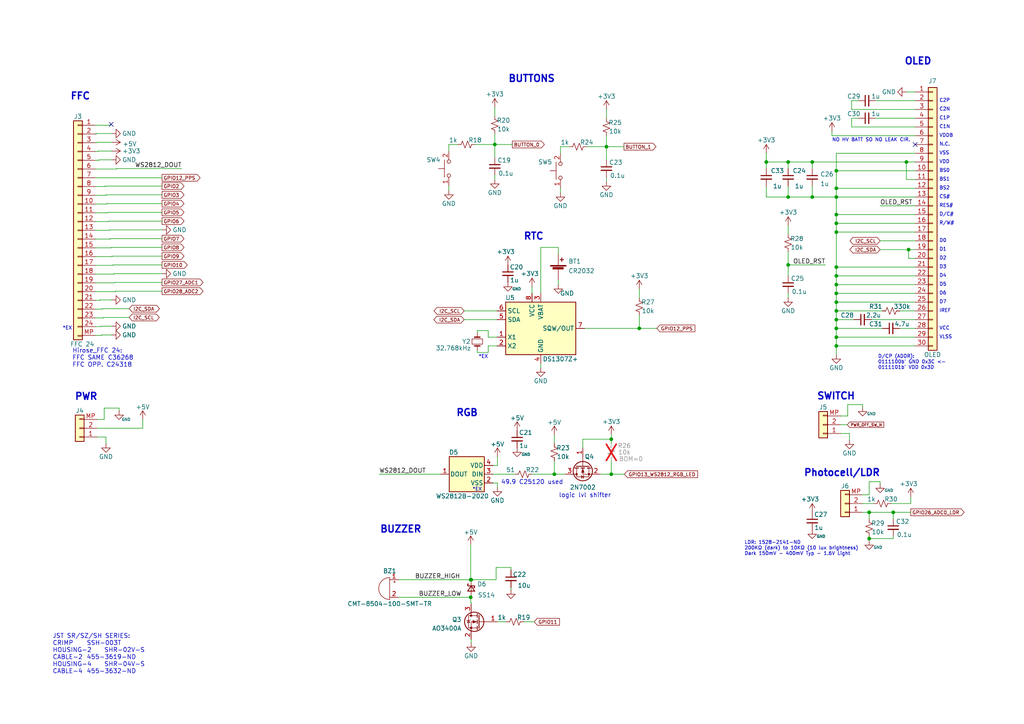
<source format=kicad_sch>
(kicad_sch (version 20230121) (generator eeschema)
  (paper "A4")
  (title_block (title "CONNS & PERIPHERALS"))
  (junction (at 185.42 95.25))
  (junction (at 242.57 97.79))
  (junction (at 136.525 168.148))
  (junction (at 242.57 92.71))
  (junction (at 242.57 85.09))
  (junction (at 228.6 57.15))
  (junction (at 259.08 148.59))
  (junction (at 177.292 127.381))
  (junction (at 242.57 90.17))
  (junction (at 242.57 67.31))
  (junction (at 228.6 46.99))
  (junction (at 136.652 168.148))
  (junction (at 262.89 46.99))
  (junction (at 160.782 137.541))
  (junction (at 242.57 57.15))
  (junction (at 235.585 46.99))
  (junction (at 242.57 95.25))
  (junction (at 242.57 87.63))
  (junction (at 242.57 54.61))
  (junction (at 242.57 77.47))
  (junction (at 222.25 46.99))
  (junction (at 252.095 148.59))
  (junction (at 242.57 82.55))
  (junction (at 242.57 49.53))
  (junction (at 242.57 62.23))
  (junction (at 242.57 80.01))
  (junction (at 263.525 72.39))
  (junction (at 242.57 100.33))
  (junction (at 252.095 156.21))
  (junction (at 228.6 76.835))
  (junction (at 242.57 64.77))
  (junction (at 136.525 173.228))
  (junction (at 143.51 41.91))
  (junction (at 175.895 42.545))
  (junction (at 177.292 137.541))
  (junction (at 235.585 57.15))
  (no_connect (at 32.258 36.068))
  (no_connect (at 265.43 41.91))
  (wire (pts (xy 228.6 57.15) (xy 235.585 57.15)))
  (wire (pts (xy 136.525 168.148) (xy 115.57 168.148)))
  (wire (pts (xy 222.25 46.99) (xy 228.6 46.99)))
  (wire (pts (xy 127.762 137.541) (xy 109.982 137.541)))
  (wire (pts (xy 262.89 26.67) (xy 265.43 26.67)))
  (wire (pts (xy 242.57 64.77) (xy 265.43 64.77)))
  (wire (pts (xy 27.686 76.962) (xy 32.766 76.962)))
  (wire (pts (xy 137.795 41.91) (xy 143.51 41.91)))
  (wire (pts (xy 27.686 79.502) (xy 33.02 79.502)))
  (wire (pts (xy 242.57 100.33) (xy 265.43 100.33)))
  (wire (pts (xy 27.686 84.582) (xy 33.528 84.582)))
  (wire (pts (xy 160.782 133.731) (xy 160.782 137.541)))
  (wire (pts (xy 175.895 39.37) (xy 175.895 42.545)))
  (wire (pts (xy 255.27 69.85) (xy 265.43 69.85)))
  (wire (pts (xy 242.57 87.63) (xy 265.43 87.63)))
  (wire (pts (xy 156.845 85.09) (xy 156.845 71.755)))
  (wire (pts (xy 136.652 168.148) (xy 136.525 168.148)))
  (wire (pts (xy 32.004 69.215) (xy 46.99 69.215)))
  (wire (pts (xy 242.57 54.61) (xy 242.57 57.15)))
  (wire (pts (xy 228.6 46.99) (xy 228.6 48.895)))
  (wire (pts (xy 252.73 92.71) (xy 265.43 92.71)))
  (wire (pts (xy 136.652 185.42) (xy 136.652 186.436)))
  (wire (pts (xy 222.25 53.975) (xy 222.25 57.15)))
  (wire (pts (xy 162.56 44.45) (xy 162.56 42.545)))
  (wire (pts (xy 27.686 56.642) (xy 30.734 56.642)))
  (wire (pts (xy 262.89 46.99) (xy 265.43 46.99)))
  (wire (pts (xy 28.194 41.402) (xy 28.194 41.275)))
  (wire (pts (xy 28.448 43.815) (xy 32.385 43.815)))
  (wire (pts (xy 29.718 89.662) (xy 27.686 89.662)))
  (wire (pts (xy 242.57 85.09) (xy 265.43 85.09)))
  (wire (pts (xy 28.956 87.122) (xy 27.686 87.122)))
  (wire (pts (xy 242.57 100.33) (xy 242.57 102.87)))
  (wire (pts (xy 27.686 51.562) (xy 46.99 51.562)))
  (wire (pts (xy 245.872 117.348) (xy 250.19 117.348)))
  (wire (pts (xy 27.94 38.735) (xy 32.385 38.735)))
  (wire (pts (xy 250.19 117.348) (xy 250.19 118.11)))
  (wire (pts (xy 32.766 76.835) (xy 46.99 76.835)))
  (wire (pts (xy 30.734 126.746) (xy 30.734 128.651)))
  (wire (pts (xy 265.43 52.07) (xy 262.89 52.07)))
  (wire (pts (xy 31.242 61.595) (xy 46.99 61.595)))
  (wire (pts (xy 235.585 46.99) (xy 235.585 48.895)))
  (wire (pts (xy 242.57 49.53) (xy 242.57 54.61)))
  (wire (pts (xy 28.194 124.206) (xy 41.402 124.206)))
  (wire (pts (xy 33.782 48.895) (xy 52.705 48.895)))
  (wire (pts (xy 31.75 66.675) (xy 46.99 66.675)))
  (wire (pts (xy 29.464 97.155) (xy 32.385 97.155)))
  (wire (pts (xy 136.652 174.752) (xy 136.525 174.752)))
  (wire (pts (xy 143.002 137.541) (xy 149.352 137.541)))
  (wire (pts (xy 255.27 72.39) (xy 263.525 72.39)))
  (wire (pts (xy 242.57 77.47) (xy 265.43 77.47)))
  (wire (pts (xy 27.686 71.882) (xy 32.258 71.882)))
  (wire (pts (xy 32.258 71.882) (xy 32.258 71.755)))
  (wire (pts (xy 27.686 49.022) (xy 33.782 49.022)))
  (wire (pts (xy 144.272 132.461) (xy 144.272 135.001)))
  (wire (pts (xy 242.57 82.55) (xy 242.57 85.09)))
  (wire (pts (xy 163.957 137.541) (xy 160.782 137.541)))
  (wire (pts (xy 160.782 126.111) (xy 160.782 128.651)))
  (wire (pts (xy 247.015 31.75) (xy 247.015 29.21)))
  (wire (pts (xy 32.258 36.068) (xy 32.004 36.068)))
  (wire (pts (xy 28.194 41.275) (xy 32.385 41.275)))
  (wire (pts (xy 136.525 172.974) (xy 136.525 173.228)))
  (wire (pts (xy 175.895 42.545) (xy 175.895 46.355)))
  (wire (pts (xy 130.175 55.245) (xy 130.175 53.975)))
  (wire (pts (xy 29.972 92.202) (xy 27.686 92.202)))
  (wire (pts (xy 243.84 120.65) (xy 245.872 120.65)))
  (wire (pts (xy 33.528 84.582) (xy 33.528 84.455)))
  (wire (pts (xy 143.51 31.115) (xy 143.51 33.655)))
  (wire (pts (xy 252.095 143.51) (xy 252.095 139.7)))
  (wire (pts (xy 242.57 90.17) (xy 242.57 92.71)))
  (wire (pts (xy 260.985 95.25) (xy 265.43 95.25)))
  (wire (pts (xy 169.545 95.25) (xy 185.42 95.25)))
  (wire (pts (xy 242.57 90.17) (xy 255.905 90.17)))
  (wire (pts (xy 138.43 95.885) (xy 141.605 95.885)))
  (wire (pts (xy 33.782 49.022) (xy 33.782 48.895)))
  (wire (pts (xy 252.095 148.59) (xy 259.08 148.59)))
  (wire (pts (xy 252.095 155.575) (xy 252.095 156.21)))
  (wire (pts (xy 143.891 168.148) (xy 143.891 164.592)))
  (wire (pts (xy 235.585 46.99) (xy 228.6 46.99)))
  (wire (pts (xy 143.002 135.001) (xy 144.272 135.001)))
  (wire (pts (xy 32.512 74.422) (xy 32.512 74.295)))
  (wire (pts (xy 263.525 74.93) (xy 265.43 74.93)))
  (wire (pts (xy 255.27 139.7) (xy 255.27 140.335)))
  (wire (pts (xy 136.525 157.988) (xy 136.525 168.148)))
  (wire (pts (xy 242.57 85.09) (xy 242.57 87.63)))
  (wire (pts (xy 242.57 62.23) (xy 242.57 64.77)))
  (wire (pts (xy 228.6 73.025) (xy 228.6 76.835)))
  (wire (pts (xy 31.75 66.802) (xy 31.75 66.675)))
  (wire (pts (xy 250.19 148.59) (xy 252.095 148.59)))
  (wire (pts (xy 242.57 62.23) (xy 265.43 62.23)))
  (wire (pts (xy 252.095 148.59) (xy 252.095 150.495)))
  (wire (pts (xy 144.145 100.33) (xy 141.605 100.33)))
  (wire (pts (xy 242.57 64.77) (xy 242.57 67.31)))
  (wire (pts (xy 177.292 126.111) (xy 177.292 127.381)))
  (wire (pts (xy 228.6 53.975) (xy 228.6 57.15)))
  (wire (pts (xy 29.464 97.282) (xy 29.464 97.155)))
  (wire (pts (xy 242.57 97.79) (xy 242.57 100.33)))
  (wire (pts (xy 27.94 38.862) (xy 27.94 38.735)))
  (wire (pts (xy 30.226 118.364) (xy 34.544 118.364)))
  (wire (pts (xy 247.015 34.29) (xy 248.92 34.29)))
  (wire (pts (xy 136.652 168.148) (xy 143.891 168.148)))
  (wire (pts (xy 148.209 164.592) (xy 148.209 165.354)))
  (wire (pts (xy 250.19 143.51) (xy 252.095 143.51)))
  (wire (pts (xy 28.956 86.995) (xy 32.385 86.995)))
  (wire (pts (xy 259.08 148.59) (xy 259.08 150.495)))
  (wire (pts (xy 235.585 53.975) (xy 235.585 57.15)))
  (wire (pts (xy 28.448 43.942) (xy 28.448 43.815)))
  (wire (pts (xy 27.686 82.042) (xy 33.274 82.042)))
  (wire (pts (xy 243.84 125.73) (xy 246.38 125.73)))
  (wire (pts (xy 136.652 173.228) (xy 136.525 173.228)))
  (wire (pts (xy 235.585 46.99) (xy 262.89 46.99)))
  (wire (pts (xy 29.21 94.742) (xy 29.21 94.615)))
  (wire (pts (xy 262.89 52.07) (xy 262.89 46.99)))
  (wire (pts (xy 33.02 79.502) (xy 33.02 79.375)))
  (wire (pts (xy 222.25 57.15) (xy 228.6 57.15)))
  (wire (pts (xy 27.686 66.802) (xy 31.75 66.802)))
  (wire (pts (xy 228.6 76.835) (xy 239.395 76.835)))
  (wire (pts (xy 144.272 180.34) (xy 146.812 180.34)))
  (wire (pts (xy 265.43 31.75) (xy 247.015 31.75)))
  (wire (pts (xy 245.872 120.65) (xy 245.872 117.348)))
  (wire (pts (xy 242.57 95.25) (xy 255.905 95.25)))
  (wire (pts (xy 30.988 59.055) (xy 46.99 59.055)))
  (wire (pts (xy 148.209 171.069) (xy 148.209 170.434)))
  (wire (pts (xy 169.037 129.921) (xy 169.037 127.381)))
  (wire (pts (xy 241.3 39.37) (xy 265.43 39.37)))
  (wire (pts (xy 222.25 44.45) (xy 222.25 46.99)))
  (wire (pts (xy 175.895 51.435) (xy 175.895 52.705)))
  (wire (pts (xy 27.686 54.102) (xy 30.48 54.102)))
  (wire (pts (xy 141.605 95.885) (xy 141.605 97.79)))
  (wire (pts (xy 30.734 56.515) (xy 46.99 56.515)))
  (wire (pts (xy 160.782 137.541) (xy 154.432 137.541)))
  (wire (pts (xy 175.895 42.545) (xy 180.975 42.545)))
  (wire (pts (xy 34.544 118.364) (xy 34.544 119.126)))
  (wire (pts (xy 27.686 69.342) (xy 32.004 69.342)))
  (wire (pts (xy 29.972 92.202) (xy 29.972 92.075)))
  (wire (pts (xy 169.037 127.381) (xy 177.292 127.381)))
  (wire (pts (xy 161.925 82.55) (xy 161.925 81.28)))
  (wire (pts (xy 151.892 180.34) (xy 154.94 180.34)))
  (wire (pts (xy 30.734 56.642) (xy 30.734 56.515)))
  (wire (pts (xy 115.57 173.228) (xy 136.525 173.228)))
  (wire (pts (xy 41.402 124.206) (xy 41.402 121.666)))
  (wire (pts (xy 28.194 121.666) (xy 30.226 121.666)))
  (wire (pts (xy 136.652 174.752) (xy 136.652 175.26)))
  (wire (pts (xy 252.095 156.21) (xy 252.095 156.845)))
  (wire (pts (xy 138.43 96.52) (xy 138.43 95.885)))
  (wire (pts (xy 247.015 36.83) (xy 247.015 34.29)))
  (wire (pts (xy 28.194 126.746) (xy 30.734 126.746)))
  (wire (pts (xy 134.62 92.71) (xy 144.145 92.71)))
  (wire (pts (xy 242.57 80.01) (xy 242.57 82.55)))
  (wire (pts (xy 28.956 87.122) (xy 28.956 86.995)))
  (wire (pts (xy 162.56 55.88) (xy 162.56 54.61)))
  (wire (pts (xy 242.57 49.53) (xy 265.43 49.53)))
  (wire (pts (xy 264.16 144.145) (xy 264.16 146.05)))
  (wire (pts (xy 141.605 102.235) (xy 138.43 102.235)))
  (wire (pts (xy 27.686 97.282) (xy 29.464 97.282)))
  (wire (pts (xy 144.272 140.081) (xy 144.272 141.351)))
  (wire (pts (xy 143.002 140.081) (xy 144.272 140.081)))
  (wire (pts (xy 31.242 61.722) (xy 31.242 61.595)))
  (wire (pts (xy 27.686 74.422) (xy 32.512 74.422)))
  (wire (pts (xy 156.845 106.68) (xy 156.845 105.41)))
  (wire (pts (xy 29.718 89.535) (xy 37.465 89.535)))
  (wire (pts (xy 33.274 82.042) (xy 33.274 81.915)))
  (wire (pts (xy 170.18 42.545) (xy 175.895 42.545)))
  (wire (pts (xy 242.57 77.47) (xy 242.57 80.01)))
  (wire (pts (xy 27.686 46.482) (xy 28.702 46.482)))
  (wire (pts (xy 28.702 46.355) (xy 32.385 46.355)))
  (wire (pts (xy 138.43 102.235) (xy 138.43 101.6)))
  (wire (pts (xy 32.512 74.295) (xy 46.99 74.295)))
  (wire (pts (xy 265.43 44.45) (xy 242.57 44.45)))
  (wire (pts (xy 259.08 148.59) (xy 264.16 148.59)))
  (wire (pts (xy 242.57 82.55) (xy 265.43 82.55)))
  (wire (pts (xy 252.095 156.21) (xy 259.08 156.21)))
  (wire (pts (xy 29.21 94.615) (xy 32.385 94.615)))
  (wire (pts (xy 28.448 43.942) (xy 27.686 43.942)))
  (wire (pts (xy 29.972 92.075) (xy 37.465 92.075)))
  (wire (pts (xy 255.27 59.69) (xy 265.43 59.69)))
  (wire (pts (xy 263.525 72.39) (xy 265.43 72.39)))
  (wire (pts (xy 30.988 59.182) (xy 30.988 59.055)))
  (wire (pts (xy 28.194 41.402) (xy 27.686 41.402)))
  (wire (pts (xy 185.42 91.44) (xy 185.42 95.25)))
  (wire (pts (xy 254 29.21) (xy 265.43 29.21)))
  (wire (pts (xy 258.445 146.05) (xy 264.16 146.05)))
  (wire (pts (xy 177.292 137.541) (xy 174.117 137.541)))
  (wire (pts (xy 141.605 97.79) (xy 144.145 97.79)))
  (wire (pts (xy 177.292 133.731) (xy 177.292 137.541)))
  (wire (pts (xy 185.42 95.25) (xy 190.5 95.25)))
  (wire (pts (xy 260.985 90.17) (xy 265.43 90.17)))
  (wire (pts (xy 32.258 71.755) (xy 46.99 71.755)))
  (wire (pts (xy 245.745 123.19) (xy 243.84 123.19)))
  (wire (pts (xy 32.004 69.342) (xy 32.004 69.215)))
  (wire (pts (xy 242.57 95.25) (xy 242.57 97.79)))
  (wire (pts (xy 154.305 83.185) (xy 154.305 85.09)))
  (wire (pts (xy 242.57 92.71) (xy 242.57 95.25)))
  (wire (pts (xy 30.48 54.102) (xy 30.48 53.975)))
  (wire (pts (xy 228.6 76.835) (xy 228.6 80.01)))
  (wire (pts (xy 242.57 57.15) (xy 265.43 57.15)))
  (wire (pts (xy 242.57 92.71) (xy 247.65 92.71)))
  (wire (pts (xy 242.57 57.15) (xy 242.57 62.23)))
  (wire (pts (xy 27.686 61.722) (xy 31.242 61.722)))
  (wire (pts (xy 259.08 155.575) (xy 259.08 156.21)))
  (wire (pts (xy 134.62 90.17) (xy 144.145 90.17)))
  (wire (pts (xy 32.766 76.962) (xy 32.766 76.835)))
  (wire (pts (xy 141.605 100.33) (xy 141.605 102.235)))
  (wire (pts (xy 250.19 146.05) (xy 253.365 146.05)))
  (wire (pts (xy 241.3 38.1) (xy 241.3 39.37)))
  (wire (pts (xy 143.891 164.592) (xy 148.209 164.592)))
  (wire (pts (xy 252.095 139.7) (xy 255.27 139.7)))
  (wire (pts (xy 32.004 36.322) (xy 32.004 36.068)))
  (wire (pts (xy 246.38 125.73) (xy 246.38 127.635)))
  (wire (pts (xy 29.718 89.662) (xy 29.718 89.535)))
  (wire (pts (xy 228.6 65.405) (xy 228.6 67.945)))
  (wire (pts (xy 30.48 53.975) (xy 46.99 53.975)))
  (wire (pts (xy 242.57 87.63) (xy 242.57 90.17)))
  (wire (pts (xy 30.226 121.666) (xy 30.226 118.364)))
  (wire (pts (xy 162.56 42.545) (xy 165.1 42.545)))
  (wire (pts (xy 235.585 57.15) (xy 242.57 57.15)))
  (wire (pts (xy 27.94 38.862) (xy 27.686 38.862)))
  (wire (pts (xy 143.51 41.91) (xy 143.51 45.72)))
  (wire (pts (xy 32.004 36.322) (xy 27.686 36.322)))
  (wire (pts (xy 143.51 50.8) (xy 143.51 52.07)))
  (wire (pts (xy 130.175 43.815) (xy 130.175 41.91)))
  (wire (pts (xy 242.57 80.01) (xy 265.43 80.01)))
  (wire (pts (xy 242.57 67.31) (xy 265.43 67.31)))
  (wire (pts (xy 33.02 79.375) (xy 46.99 79.375)))
  (wire (pts (xy 28.702 46.482) (xy 28.702 46.355)))
  (wire (pts (xy 31.496 64.135) (xy 46.99 64.135)))
  (wire (pts (xy 130.175 41.91) (xy 132.715 41.91)))
  (wire (pts (xy 265.43 36.83) (xy 247.015 36.83)))
  (wire (pts (xy 27.686 59.182) (xy 30.988 59.182)))
  (wire (pts (xy 222.25 46.99) (xy 222.25 48.895)))
  (wire (pts (xy 185.42 83.82) (xy 185.42 86.36)))
  (wire (pts (xy 156.845 71.755) (xy 161.925 71.755)))
  (wire (pts (xy 177.292 127.381) (xy 177.292 128.651)))
  (wire (pts (xy 27.686 64.262) (xy 31.496 64.262)))
  (wire (pts (xy 242.57 54.61) (xy 265.43 54.61)))
  (wire (pts (xy 242.57 97.79) (xy 265.43 97.79)))
  (wire (pts (xy 254 34.29) (xy 265.43 34.29)))
  (wire (pts (xy 33.528 84.455) (xy 46.99 84.455)))
  (wire (pts (xy 242.57 44.45) (xy 242.57 49.53)))
  (wire (pts (xy 181.102 137.541) (xy 177.292 137.541)))
  (wire (pts (xy 143.51 41.91) (xy 148.59 41.91)))
  (wire (pts (xy 136.525 174.752) (xy 136.525 173.228)))
  (wire (pts (xy 143.51 38.735) (xy 143.51 41.91)))
  (wire (pts (xy 161.925 71.755) (xy 161.925 73.66)))
  (wire (pts (xy 242.57 67.31) (xy 242.57 77.47)))
  (wire (pts (xy 31.496 64.262) (xy 31.496 64.135)))
  (wire (pts (xy 27.686 94.742) (xy 29.21 94.742)))
  (wire (pts (xy 175.895 31.75) (xy 175.895 34.29)))
  (wire (pts (xy 33.274 81.915) (xy 46.99 81.915)))
  (wire (pts (xy 228.6 85.09) (xy 228.6 86.36)))
  (wire (pts (xy 247.015 29.21) (xy 248.92 29.21)))
  (wire (pts (xy 263.525 74.93) (xy 263.525 72.39)))
  (text "VCC" (at 272.415 95.885 0) (effects (font (size 1 1)) (justify left bottom)))
  (text "BS2" (at 272.415 55.245 0) (effects (font (size 1 1)) (justify left bottom)))
  (text "PWR" (at 21.59 116.332 0) (effects (font (size 2 2) (thickness 0.4) bold) (justify left bottom)))
  (text "OLED" (at 262.255 19.05 0) (effects (font (size 2 2) (thickness 0.4) bold) (justify left bottom)))
  (text "*EX" (at 141.605 104.14 0) (effects (font (size 1 1)) (justify right bottom)))
  (text "SWITCH" (at 236.855 116.205 0) (effects (font (size 2 2) (thickness 0.4) bold) (justify left bottom)))
  (text "BUZZER\n" (at 110.109 154.813 0) (effects (font (size 2 2) (thickness 0.4) bold) (justify left bottom)))
  (text "RES#" (at 272.415 60.325 0) (effects (font (size 1 1)) (justify left bottom)))
  (text "D6" (at 272.415 85.725 0) (effects (font (size 1 1)) (justify left bottom)))
  (text "R/W#" (at 272.415 65.405 0) (effects (font (size 1 1)) (justify left bottom)))
  (text "C1N" (at 272.415 37.465 0) (effects (font (size 1 1)) (justify left bottom)))
  (text "D2" (at 272.415 75.565 0) (effects (font (size 1 1)) (justify left bottom)))
  (text "*EX" (at 20.955 95.885 0) (effects (font (size 1 1)) (justify right bottom)))
  (text "CS#" (at 272.415 57.785 0) (effects (font (size 1 1)) (justify left bottom)))
  (text "Photocell/LDR\n" (at 233.045 138.43 0) (effects (font (size 2 2) (thickness 0.4) bold) (justify left bottom)))
  (text "NO HV BATT SO NO LEAK CIR." (at 241.3 41.275 0) (effects (font (size 1 1)) (justify left bottom)))
  (text "logic lvl shifter" (at 162.052 144.526 0) (effects (font (size 1.27 1.27)) (justify left bottom)))
  (text "D0\n" (at 272.415 70.485 0) (effects (font (size 1 1)) (justify left bottom)))
  (text "BS1" (at 272.415 52.705 0) (effects (font (size 1 1)) (justify left bottom)))
  (text "FFC" (at 20.32 29.21 0) (effects (font (size 2 2) (thickness 0.4) bold) (justify left bottom)))
  (text "IREF" (at 272.415 90.805 0) (effects (font (size 1 1)) (justify left bottom)))
  (text "D4" (at 272.415 80.645 0) (effects (font (size 1 1)) (justify left bottom)))
  (text "*EX" (at 139.827 142.621 0) (effects (font (size 1 1)) (justify right bottom)))
  (text "D/CP (ADDR):\n0111100b' GND 0x3C <-\n0111101b' VDD 0x3D" (at 254.635 107.315 0) (effects (font (size 1 1)) (justify left bottom)))
  (text "D/C#" (at 272.415 62.865 0) (effects (font (size 1 1)) (justify left bottom)))
  (text "49.9 C25120 used\n" (at 145.288 140.716 0) (effects (font (size 1.27 1.27)) (justify left bottom)))
  (text "VDDB" (at 272.415 40.005 0) (effects (font (size 1 1)) (justify left bottom)))
  (text "BS0" (at 272.415 50.165 0) (effects (font (size 1 1)) (justify left bottom)))
  (text "C2N" (at 272.415 32.385 0) (effects (font (size 1 1)) (justify left bottom)))
  (text "RTC" (at 151.765 69.85 0) (effects (font (size 2 2) (thickness 0.4) bold) (justify left bottom)))
  (text "C1P\n" (at 272.415 34.925 0) (effects (font (size 1 1)) (justify left bottom)))
  (text "BUTTONS\n" (at 147.32 24.13 0) (effects (font (size 2 2) (thickness 0.4) bold) (justify left bottom)))
  (text "D7" (at 272.415 88.265 0) (effects (font (size 1 1)) (justify left bottom)))
  (text "D5\n" (at 272.415 83.185 0) (effects (font (size 1 1)) (justify left bottom)))
  (text "LDR: 1528-2141-ND\n200KΩ (dark) to 10KΩ (10 lux brightness)\nDark 150mV - 400mV Typ - 1.6V Light" (at 215.9 161.29 0) (effects (font (size 1 1)) (justify left bottom)))
  (text "D3" (at 272.415 78.105 0) (effects (font (size 1 1)) (justify left bottom)))
  (text "Hirose_FFC 24:\nFFC SAME C36268\nFFC OPP. C24318" (at 20.955 106.68 0) (effects (font (size 1.27 1.27)) (justify left bottom)))
  (text "VLSS" (at 272.415 98.425 0) (effects (font (size 1 1)) (justify left bottom)))
  (text "VSS" (at 272.415 45.085 0) (effects (font (size 1 1)) (justify left bottom)))
  (text "C2P\n" (at 272.415 29.845 0) (effects (font (size 1 1)) (justify left bottom)))
  (text "D1" (at 272.415 73.025 0) (effects (font (size 1 1)) (justify left bottom)))
  (text "JST SR/SZ/SH SERIES:\nCRIMP	SSH-003T\nHOUSING-2 	SHR-02V-S\nCABLE-2	455-3619-ND\nHOUSING-4	SHR-04V-S\nCABLE-4	455-3632-ND" (at 15.24 195.58 0) (effects (font (size 1.27 1.27)) (justify left bottom)))
  (text "N.C." (at 272.415 42.545 0) (effects (font (size 1 1)) (justify left bottom)))
  (text "RGB" (at 132.207 121.031 0) (effects (font (size 2 2) (thickness 0.4) bold) (justify left bottom)))
  (text "VDD" (at 272.415 47.625 0) (effects (font (size 1 1)) (justify left bottom)))
  (label "WS2812_DOUT" (at 109.982 137.541 0))
  (label "BUZZER_LOW" (at 133.858 173.228 180))
  (label "BUZZER_HIGH" (at 133.477 168.148 180))
  (label "OLED_RST" (at 255.27 59.69 0))
  (label "WS2812_DOUT" (at 52.705 48.895 180))
  (label "OLED_RST" (at 239.395 76.835 180))
  (global_label "GPIO13_WS2812_RGB_LED" (shape input) (at 181.102 137.541 0) (effects (font (size 1 1))) (property "Intersheetrefs" "${INTERSHEET_REFS}" (effects hide)))
  (global_label "I2C_SDA" (shape bidirectional) (at 255.27 72.39 180) (effects (font (size 1 1))) (property "Intersheetrefs" "${INTERSHEET_REFS}" (effects hide)))
  (global_label "GPIO10" (shape output) (at 46.99 76.835 0) (effects (font (size 1 1))) (property "Intersheetrefs" "${INTERSHEET_REFS}" (effects hide)))
  (global_label "GPIO8" (shape output) (at 46.99 71.755 0) (effects (font (size 1 1))) (property "Intersheetrefs" "${INTERSHEET_REFS}" (effects hide)))
  (global_label "GPIO11" (shape input) (at 154.94 180.34 0) (effects (font (size 1 1))) (property "Intersheetrefs" "${INTERSHEET_REFS}" (effects hide)))
  (global_label "I2C_SCL" (shape bidirectional) (at 37.465 92.075 0) (effects (font (size 1 1))) (property "Intersheetrefs" "${INTERSHEET_REFS}" (effects hide)))
  (global_label "I2C_SDA" (shape bidirectional) (at 134.62 92.71 180) (effects (font (size 1 1))) (property "Intersheetrefs" "${INTERSHEET_REFS}" (effects hide)))
  (global_label "GPIO27_ADC1" (shape output) (at 46.99 81.915 0) (effects (font (size 1 1))) (property "Intersheetrefs" "${INTERSHEET_REFS}" (effects hide)))
  (global_label "BUTTON_1" (shape output) (at 180.975 42.545 0) (effects (font (size 1 1))) (property "Intersheetrefs" "${INTERSHEET_REFS}" (effects hide)))
  (global_label "GPIO7" (shape output) (at 46.99 69.215 0) (effects (font (size 1 1))) (property "Intersheetrefs" "${INTERSHEET_REFS}" (effects hide)))
  (global_label "GPIO4" (shape output) (at 46.99 59.055 0) (effects (font (size 1 1))) (property "Intersheetrefs" "${INTERSHEET_REFS}" (effects hide)))
  (global_label "I2C_SCL" (shape bidirectional) (at 255.27 69.85 180) (effects (font (size 1 1))) (property "Intersheetrefs" "${INTERSHEET_REFS}" (effects hide)))
  (global_label "GPIO12_PPS" (shape output) (at 46.99 51.562 0) (effects (font (size 1 1))) (property "Intersheetrefs" "${INTERSHEET_REFS}" (effects hide)))
  (global_label "GPIO28_ADC2" (shape output) (at 46.99 84.455 0) (effects (font (size 1 1))) (property "Intersheetrefs" "${INTERSHEET_REFS}" (effects hide)))
  (global_label "PWR_OFF_SW_N" (shape input) (at 245.745 123.19 0) (effects (font (size 0.8 0.8))) (property "Intersheetrefs" "${INTERSHEET_REFS}" (effects hide)))
  (global_label "GPIO6" (shape output) (at 46.99 64.135 0) (effects (font (size 1 1))) (property "Intersheetrefs" "${INTERSHEET_REFS}" (effects hide)))
  (global_label "GPIO12_PPS" (shape input) (at 190.5 95.25 0) (effects (font (size 1 1))) (property "Intersheetrefs" "${INTERSHEET_REFS}" (effects hide)))
  (global_label "BUTTON_0" (shape output) (at 148.59 41.91 0) (effects (font (size 1 1))) (property "Intersheetrefs" "${INTERSHEET_REFS}" (effects hide)))
  (global_label "I2C_SCL" (shape bidirectional) (at 134.62 90.17 180) (effects (font (size 1 1))) (property "Intersheetrefs" "${INTERSHEET_REFS}" (effects hide)))
  (global_label "GPIO5" (shape output) (at 46.99 61.595 0) (effects (font (size 1 1))) (property "Intersheetrefs" "${INTERSHEET_REFS}" (effects hide)))
  (global_label "GPIO9" (shape output) (at 46.99 74.295 0) (effects (font (size 1 1))) (property "Intersheetrefs" "${INTERSHEET_REFS}" (effects hide)))
  (global_label "I2C_SDA" (shape bidirectional) (at 37.465 89.535 0) (effects (font (size 1 1))) (property "Intersheetrefs" "${INTERSHEET_REFS}" (effects hide)))
  (global_label "GPIO26_ADC0_LDR" (shape output) (at 264.16 148.59 0) (effects (font (size 1 1))) (property "Intersheetrefs" "${INTERSHEET_REFS}" (effects hide)))
  (global_label "GPIO3" (shape output) (at 46.99 56.515 0) (effects (font (size 1 1))) (property "Intersheetrefs" "${INTERSHEET_REFS}" (effects hide)))
  (global_label "GPIO2" (shape output) (at 46.99 53.975 0) (effects (font (size 1 1))) (property "Intersheetrefs" "${INTERSHEET_REFS}" (effects hide)))
  (symbol (lib_id "power:+3V3") (at 32.385 43.815 270) (unit 1)
    (property "Reference" "#PWR041" (effects hide))
    (property "Value" "+3V3" (at 38.1 43.815 90))
  )
  (symbol (lib_id "power:+5V") (at 149.987 124.841 0) (unit 1)
    (property "Reference" "#PWR059" (effects hide))
    (property "Value" "+5V" (at 149.987 121.2365 0))
  )
  (symbol (lib_id "power:GND") (at 46.99 79.375 90) (mirror x) (unit 1)
    (property "Reference" "#PWR049" (effects hide))
    (property "Value" "GND" (at 52.07 79.375 90))
  )
  (symbol (lib_id "Device:R_Small_US") (at 175.895 36.83 0) (unit 1)
    (property "Reference" "R25" (at 178.435 35.56 0))
    (property "Value" "10k" (at 178.435 38.1 0))
    (property "Footprint" "Resistor_SMD:R_0402_1005Metric" (effects hide))
    (property "LCSC PN" "C25744" (effects hide))
  )
  (symbol (lib_id "power:GND") (at 144.272 141.351 0) (mirror y) (unit 1)
    (property "Reference" "#PWR056" (effects hide))
    (property "Value" "GND" (at 144.272 145.161 0))
  )
  (symbol (lib_id "power:+3V3") (at 241.3 38.1 0) (unit 1)
    (property "Reference" "#PWR076" (effects hide))
    (property "Value" "+3V3" (at 241.3 34.29 0))
  )
  (symbol (lib_id "power:GND") (at 175.895 52.705 0) (unit 1)
    (property "Reference" "#PWR068" (effects hide))
    (property "Value" "GND" (at 175.895 56.515 0))
  )
  (symbol (lib_id "power:GND") (at 149.987 129.921 0) (mirror y) (unit 1)
    (property "Reference" "#PWR060" (effects hide))
    (property "Value" "GND" (at 152.527 131.826 0) (effects (font (size 0.8 0.8))))
  )
  (symbol (lib_id "power:GND") (at 242.57 102.87 0) (unit 1)
    (property "Reference" "#PWR077" (effects hide))
    (property "Value" "GND" (at 242.57 106.68 0))
  )
  (symbol (lib_id "power:+3V3") (at 175.895 31.75 0) (mirror y) (unit 1)
    (property "Reference" "#PWR067" (effects hide))
    (property "Value" "+3V3" (at 175.895 27.94 0))
  )
  (symbol (lib_name "Conn_01x02_1") (lib_id "Connector_Generic:Conn_01x02") (at 23.114 126.746 180) (unit 1)
    (property "Reference" "J4" (at 23.114 119.126 0))
    (property "Value" "5V" (effects hide))
    (property "Footprint" "Connector_JST:JST_SH_SM02B-SRSS-TB_1x02-1MP_P1.00mm_Horizontal" (effects hide))
    (property "desc" "SH 2pin 1mm" (effects hide))
    (property "LCSC PN" "C160402" (effects hide))
  )
  (symbol (lib_id "Device:C_Small") (at 175.895 48.895 0) (unit 1)
    (property "Reference" "C23" (at 176.657 47.117 0) (effects (justify left)))
    (property "Value" "0.1u" (at 176.911 50.927 0) (effects (justify left)))
    (property "Footprint" "Capacitor_SMD:C_0402_1005Metric" (effects hide))
    (property "desc" "16V X7R" (effects hide))
    (property "LCSC PN" "C1525" (effects hide))
  )
  (symbol (lib_id "power:GND") (at 32.385 46.355 90) (mirror x) (unit 1)
    (property "Reference" "#PWR042" (effects hide))
    (property "Value" "GND" (at 37.465 46.355 90))
  )
  (symbol (lib_id "power:GND") (at 252.095 156.845 0) (mirror y) (unit 1)
    (property "Reference" "#PWR080" (effects hide))
    (property "Value" "GND" (at 254.635 158.75 0) (effects (font (size 0.8 0.8))))
  )
  (symbol (lib_id "power:GND") (at 147.32 81.915 0) (mirror y) (unit 1)
    (property "Reference" "#PWR058" (effects hide))
    (property "Value" "GND" (at 149.86 83.82 0) (effects (font (size 0.8 0.8))))
  )
  (symbol (lib_name "Conn_01x02_1") (lib_id "Connector_Generic:Conn_01x02") (at 238.76 125.73 180) (unit 1)
    (property "Reference" "J5" (at 238.76 118.11 0))
    (property "Value" "5V" (effects hide))
    (property "Footprint" "Connector_JST:JST_SH_SM02B-SRSS-TB_1x02-1MP_P1.00mm_Horizontal" (effects hide))
    (property "desc" "SH 2pin 1mm" (effects hide))
    (property "LCSC PN" "C160402" (effects hide))
  )
  (symbol (lib_id "Device:R_Small_US") (at 167.64 42.545 90) (unit 1)
    (property "Reference" "R24" (at 170.18 41.275 90))
    (property "Value" "1k" (at 163.83 41.275 90))
    (property "Footprint" "Resistor_SMD:R_0402_1005Metric" (effects hide))
    (property "LCSC PN" "C11702" (effects hide))
  )
  (symbol (lib_id "power:GND") (at 255.27 140.335 0) (mirror y) (unit 1)
    (property "Reference" "#PWR081" (effects hide))
    (property "Value" "GND" (at 257.81 142.24 0) (effects (font (size 0.8 0.8))))
  )
  (symbol (lib_id "Device:C_Small") (at 250.19 92.71 90) (unit 1)
    (property "Reference" "C28" (at 245.745 91.44 90))
    (property "Value" "2.2u" (at 253.365 91.44 90))
    (property "Footprint" "Capacitor_SMD:C_0402_1005Metric" (effects hide))
    (property "desc" "6.3V X5R" (effects hide))
    (property "LCSC PN" "C12530" (effects hide))
  )
  (symbol (lib_id "Device:R_Small_US") (at 177.292 131.191 0) (mirror y) (unit 1) (dnp yes)
    (property "Reference" "R26" (at 181.102 129.286 0))
    (property "Value" "10k" (at 181.102 131.191 0))
    (property "Footprint" "Resistor_SMD:R_0402_1005Metric" (effects hide))
    (property "bom" "BOM=0" (at 183.007 133.096 0))
    (property "LCSC PN" "C25744" (effects hide))
  )
  (symbol (lib_id "power:GND") (at 32.385 38.735 90) (mirror x) (unit 1)
    (property "Reference" "#PWR039" (effects hide))
    (property "Value" "GND" (at 37.465 38.735 90))
  )
  (symbol (lib_id "power:GND") (at 250.19 118.11 0) (mirror y) (unit 1)
    (property "Reference" "#PWR079" (effects hide))
    (property "Value" "GND" (at 252.73 120.015 0) (effects (font (size 0.8 0.8))))
  )
  (symbol (lib_id "power:+3V3") (at 235.585 148.59 0) (mirror y) (unit 1)
    (property "Reference" "#PWR074" (effects hide))
    (property "Value" "+3V3" (at 234.95 144.78 0))
  )
  (symbol (lib_id "power:+5V") (at 32.385 41.275 270) (unit 1)
    (property "Reference" "#PWR040" (effects hide))
    (property "Value" "+5V" (at 35.56 41.754 90) (effects (justify left)))
  )
  (symbol (lib_id "power:GND") (at 46.99 66.675 90) (mirror x) (unit 1)
    (property "Reference" "#PWR048" (effects hide))
    (property "Value" "GND" (at 52.07 66.675 90))
  )
  (symbol (lib_id "Device:C_Small") (at 251.46 29.21 90) (unit 1)
    (property "Reference" "C29" (at 247.65 27.94 90))
    (property "Value" "1u" (at 254 27.94 90))
    (property "Footprint" "Capacitor_SMD:C_0402_1005Metric" (effects hide))
    (property "desc" "25V X5R" (effects hide))
    (property "LCSC PN" "C52923" (effects hide))
  )
  (symbol (lib_id "Timer_RTC:DS1307Z+") (at 156.845 95.25 0) (unit 1)
    (property "Reference" "U5" (at 147.955 86.36 0))
    (property "Value" "DS1307Z+" (at 162.56 104.14 0))
    (property "Footprint" "Package_SO:SOIC-8_3.9x4.9mm_P1.27mm" (effects hide))
    (property "Datasheet" "https://datasheets.maximintegrated.com/en/ds/DS1307.pdf" (effects hide))
    (property "LCSC PN" "C8959" (effects hide))
  )
  (symbol (lib_id "Device:C_Small") (at 143.51 48.26 0) (unit 1)
    (property "Reference" "C19" (at 144.272 46.482 0) (effects (justify left)))
    (property "Value" "0.1u" (at 144.526 50.292 0) (effects (justify left)))
    (property "Footprint" "Capacitor_SMD:C_0402_1005Metric" (effects hide))
    (property "desc" "16V X7R" (effects hide))
    (property "LCSC PN" "C1525" (effects hide))
  )
  (symbol (lib_id "LED_Extra:WS2812B-2020") (at 135.382 137.541 0) (mirror y) (unit 1)
    (property "Reference" "D5" (at 131.572 131.191 0))
    (property "Value" "WS2812B-2020" (at 134.112 143.891 0))
    (property "Footprint" "stride_footprints:WS2812B-2020" (effects hide))
    (property "Datasheet" "https://www.tme.eu/Document/4a8239e52df5e0b5cc2eb96834c5d8b6/WS2812B-2020.pdf" (effects hide))
    (property "LCSC PN" "C965555" (effects hide))
  )
  (symbol (lib_id "Device:C_Small") (at 228.6 51.435 0) (unit 1)
    (property "Reference" "C24" (at 229.87 49.53 0) (effects (justify left)))
    (property "Value" "1u" (at 230.505 53.975 0) (effects (justify left)))
    (property "Footprint" "Capacitor_SMD:C_0402_1005Metric" (effects hide))
    (property "desc" "25V X5R" (effects hide))
    (property "LCSC PN" "C52923" (effects hide))
  )
  (symbol (lib_id "Device:C_Small") (at 147.32 79.375 0) (mirror y) (unit 1)
    (property "Reference" "C20" (at 151.765 77.47 0) (effects (justify left)))
    (property "Value" "1u" (at 150.495 81.28 0) (effects (justify left)))
    (property "Footprint" "Capacitor_SMD:C_0402_1005Metric" (effects hide))
    (property "desc" "25V X5R" (effects hide))
    (property "LCSC PN" "C52923" (effects hide))
  )
  (symbol (lib_id "power:GND") (at 228.6 86.36 0) (unit 1)
    (property "Reference" "#PWR073" (effects hide))
    (property "Value" "GND" (at 228.6 90.17 0))
  )
  (symbol (lib_id "power:+5V") (at 136.525 157.988 0) (mirror y) (unit 1)
    (property "Reference" "#PWR051" (effects hide))
    (property "Value" "+5V" (at 136.525 154.3835 0))
  )
  (symbol (lib_id "stride_symbols:Buzzer_CMT-8504-100-SMT-TR") (at 113.03 170.688 0) (mirror y) (unit 1)
    (property "Reference" "BZ1" (at 113.03 165.608 0))
    (property "Value" "CMT-8504-100-SMT-TR" (at 113.03 175.133 0))
    (property "Footprint" "Buzzer_Beeper:MagneticBuzzer_CUI_CMT-8504-100-SMT" (effects hide))
    (property "desc" "BUZZER MAGNETIC 5V 8.5X8.5MM SMD" (effects hide))
    (property "digi" "102-CMT-8504-100-SMT-CT-ND" (effects hide))
  )
  (symbol (lib_id "power:GND") (at 136.652 186.436 0) (unit 1)
    (property "Reference" "#PWR052" (effects hide))
    (property "Value" "GND" (at 136.652 190.246 0))
  )
  (symbol (lib_id "Device:Battery_Cell") (at 161.925 78.74 0) (unit 1)
    (property "Reference" "BT1" (at 164.846 75.7995 0) (effects (justify left)))
    (property "Value" "CR2032" (at 164.846 78.5746 0) (effects (justify left)))
    (property "Footprint" "stride_footprints:Q&J_CR2032-BS-6-1" (effects hide))
    (property "desc" "Q&J CR2032-BS-6-1" (effects hide))
    (property "LCSC PN" "C70377" (effects hide))
  )
  (symbol (lib_id "power:GND") (at 246.38 127.635 0) (mirror y) (unit 1)
    (property "Reference" "#PWR078" (effects hide))
    (property "Value" "GND" (at 246.38 131.445 0))
  )
  (symbol (lib_id "Device:C_Small") (at 235.585 151.13 0) (mirror y) (unit 1)
    (property "Reference" "C27" (at 240.03 149.225 0) (effects (justify left)))
    (property "Value" "1u" (at 238.76 153.035 0) (effects (justify left)))
    (property "Footprint" "Capacitor_SMD:C_0402_1005Metric" (effects hide))
    (property "desc" "25V X5R" (effects hide))
    (property "LCSC PN" "C52923" (effects hide))
  )
  (symbol (lib_id "Switch:SW_Push") (at 162.56 49.53 90) (unit 1)
    (property "Reference" "SW5" (at 158.115 46.99 90))
    (property "Value" "TS-1187A-B-A-B" (effects hide))
    (property "Footprint" "stride_footprints:SW_SPST_TL3342_RT" (effects hide))
    (property "desc" "ftp: Not Exact" (effects hide))
    (property "LCSC PN" "C318884" (effects hide))
  )
  (symbol (lib_id "Device:R_Small_US") (at 149.352 180.34 90) (unit 1)
    (property "Reference" "R19" (at 151.892 179.07 90))
    (property "Value" "1k" (at 145.542 179.07 90))
    (property "Footprint" "Resistor_SMD:R_0402_1005Metric" (effects hide))
    (property "LCSC PN" "C11702" (effects hide))
  )
  (symbol (lib_id "Device:R_Small_US") (at 160.782 131.191 0) (unit 1)
    (property "Reference" "R23" (at 163.322 129.921 0))
    (property "Value" "10k" (at 163.322 132.461 0))
    (property "Footprint" "Resistor_SMD:R_0402_1005Metric" (effects hide))
    (property "LCSC PN" "C25744" (effects hide))
  )
  (symbol (lib_id "Device:C_Small") (at 259.08 153.035 0) (unit 1)
    (property "Reference" "C32" (at 259.842 151.257 0) (effects (justify left)))
    (property "Value" "0.1u" (at 260.096 155.067 0) (effects (justify left)))
    (property "Footprint" "Capacitor_SMD:C_0402_1005Metric" (effects hide))
    (property "desc" "16V X7R" (effects hide))
    (property "LCSC PN" "C1525" (effects hide))
  )
  (symbol (lib_id "Device:R_Small_US") (at 143.51 36.195 0) (unit 1)
    (property "Reference" "R20" (at 146.05 34.925 0))
    (property "Value" "10k" (at 146.05 37.465 0))
    (property "Footprint" "Resistor_SMD:R_0402_1005Metric" (effects hide))
    (property "LCSC PN" "C25744" (effects hide))
  )
  (symbol (lib_id "Device:R_Small_US") (at 185.42 88.9 0) (unit 1)
    (property "Reference" "R27" (at 187.96 87.63 0))
    (property "Value" "10k" (at 187.96 90.17 0))
    (property "Footprint" "Resistor_SMD:R_0402_1005Metric" (effects hide))
    (property "LCSC PN" "C25744" (effects hide))
  )
  (symbol (lib_id "Connector_Generic:Conn_01x24") (at 22.606 64.262 0) (mirror y) (unit 1)
    (property "Reference" "J3" (at 22.606 33.782 0))
    (property "Value" "FFC 24" (at 23.876 99.822 0))
    (property "Footprint" "Connector_FFC-FPC:Hirose_FH12-24S-0.5SH_1x24-1MP_P0.50mm_Horizontal" (effects hide))
    (property "desc" "Clamshell 24 Bottom Contact Surface Mount 0.5mm SMD,P=0.5mm FFC/FPC Connectors ROHS" (effects hide))
    (property "LCSC PN" "C202112" (effects hide))
  )
  (symbol (lib_id "power:GND") (at 156.845 106.68 0) (mirror y) (unit 1)
    (property "Reference" "#PWR063" (effects hide))
    (property "Value" "GND" (at 156.845 110.49 0))
  )
  (symbol (lib_id "power:GND") (at 262.89 26.67 270) (mirror x) (unit 1)
    (property "Reference" "#PWR082" (effects hide))
    (property "Value" "GND" (at 257.81 26.67 90))
  )
  (symbol (lib_id "Switch:SW_Push") (at 130.175 48.895 90) (unit 1)
    (property "Reference" "SW4" (at 125.73 46.355 90))
    (property "Value" "TS-1187A-B-A-B" (effects hide))
    (property "Footprint" "stride_footprints:SW_SPST_TL3342_RT" (effects hide))
    (property "desc" "ftp: Not Exact" (effects hide))
    (property "LCSC PN" "C318884" (effects hide))
  )
  (symbol (lib_id "power:+5V") (at 41.402 121.666 0) (unit 1)
    (property "Reference" "#PWR047" (effects hide))
    (property "Value" "+5V" (at 41.402 118.0615 0))
  )
  (symbol (lib_id "Device:R_Small_US") (at 228.6 70.485 0) (unit 1)
    (property "Reference" "R28" (at 231.14 69.215 0))
    (property "Value" "10k" (at 231.14 71.755 0))
    (property "Footprint" "Resistor_SMD:R_0402_1005Metric" (effects hide))
    (property "LCSC PN" "C25744" (effects hide))
  )
  (symbol (lib_id "Device:R_Small_US") (at 252.095 153.035 0) (unit 1)
    (property "Reference" "R29" (at 254.635 151.765 0))
    (property "Value" "10k" (at 254.635 154.305 0))
    (property "Footprint" "Resistor_SMD:R_0402_1005Metric" (effects hide))
    (property "LCSC PN" "C25744" (effects hide))
  )
  (symbol (lib_id "Device:R_Small_US") (at 151.892 137.541 90) (unit 1)
    (property "Reference" "R22" (at 154.432 136.271 90))
    (property "Value" "51" (at 148.082 136.271 90))
    (property "Footprint" "Resistor_SMD:R_0402_1005Metric" (effects hide))
    (property "LCSC PN" "C25125" (effects hide))
  )
  (symbol (lib_id "Device:C_Small") (at 222.25 51.435 0) (unit 1)
    (property "Reference" "C33" (at 223.52 49.53 0) (effects (justify left)))
    (property "Value" "1u" (at 224.155 53.975 0) (effects (justify left)))
    (property "Footprint" "Capacitor_SMD:C_0402_1005Metric" (effects hide))
    (property "desc" "25V X5R" (effects hide))
    (property "LCSC PN" "C52923" (effects hide))
  )
  (symbol (lib_id "power:GND") (at 161.925 82.55 0) (mirror y) (unit 1)
    (property "Reference" "#PWR065" (effects hide))
    (property "Value" "GND" (at 164.465 85.09 0))
  )
  (symbol (lib_id "power:GND") (at 143.51 52.07 0) (unit 1)
    (property "Reference" "#PWR054" (effects hide))
    (property "Value" "GND" (at 143.51 55.88 0))
  )
  (symbol (lib_id "power:GND") (at 32.385 86.995 90) (mirror x) (unit 1)
    (property "Reference" "#PWR043" (effects hide))
    (property "Value" "GND" (at 37.465 86.995 90))
  )
  (symbol (lib_id "power:GND") (at 148.209 171.069 0) (unit 1)
    (property "Reference" "#PWR061" (effects hide))
    (property "Value" "GND" (effects hide))
  )
  (symbol (lib_id "Device:R_Small_US") (at 258.445 90.17 90) (unit 1)
    (property "Reference" "R31" (at 254 88.9 90))
    (property "Value" "330k" (at 261.62 88.9 90))
    (property "Footprint" "Resistor_SMD:R_0402_1005Metric" (effects hide))
    (property "LCSC PN" "C25778" (effects hide))
  )
  (symbol (lib_id "Device:R_Small_US") (at 255.905 146.05 90) (unit 1)
    (property "Reference" "R30" (at 258.445 144.78 90))
    (property "Value" "1k" (at 252.73 144.78 90))
    (property "Footprint" "Resistor_SMD:R_0402_1005Metric" (effects hide))
    (property "LCSC PN" "C11702" (effects hide))
  )
  (symbol (lib_id "Connector_Generic:Conn_01x30") (at 270.51 62.23 0) (unit 1)
    (property "Reference" "J7" (at 269.24 23.495 0) (effects (justify left)))
    (property "Value" "OLED" (at 267.97 102.87 0) (effects (justify left)))
    (property "Footprint" "stride_footprints:OLED-128O064D_edit_reverse_v2" (effects hide))
    (property "desc" "Shenzhen Allvision Tech N096-2864KSWEG01-H30" (effects hide))
    (property "LCSC PN" "C2890596" (effects hide))
  )
  (symbol (lib_id "power:+3V3") (at 264.16 144.145 0) (mirror y) (unit 1)
    (property "Reference" "#PWR083" (effects hide))
    (property "Value" "+3V3" (at 263.525 140.335 0))
  )
  (symbol (lib_id "power:GND") (at 34.544 119.126 0) (mirror y) (unit 1)
    (property "Reference" "#PWR046" (effects hide))
    (property "Value" "GND" (at 36.576 121.666 0) (effects (font (size 0.8 0.8))))
  )
  (symbol (lib_id "power:+3V3") (at 143.51 31.115 0) (mirror y) (unit 1)
    (property "Reference" "#PWR053" (effects hide))
    (property "Value" "+3V3" (at 143.51 27.305 0))
  )
  (symbol (lib_id "power:+3V3") (at 228.6 65.405 0) (mirror y) (unit 1)
    (property "Reference" "#PWR072" (effects hide))
    (property "Value" "+3V3" (at 228.6 61.595 0))
  )
  (symbol (lib_id "power:GND") (at 235.585 153.67 0) (mirror y) (unit 1)
    (property "Reference" "#PWR075" (effects hide))
    (property "Value" "GND" (at 238.125 155.575 0) (effects (font (size 0.8 0.8))))
  )
  (symbol (lib_id "Device:C_Small") (at 148.209 167.894 0) (mirror y) (unit 1)
    (property "Reference" "C22" (at 152.654 166.624 0) (effects (justify left)))
    (property "Value" "10u" (at 153.924 169.799 0) (effects (justify left)))
    (property "Footprint" "Capacitor_SMD:C_0402_1005Metric" (effects hide))
    (property "desc" "6.3V X5R" (effects hide))
    (property "LCSC PN" "C15525" (effects hide))
  )
  (symbol (lib_id "power:GND") (at 30.734 128.651 0) (mirror y) (unit 1)
    (property "Reference" "#PWR037" (effects hide))
    (property "Value" "GND" (at 30.734 132.461 0))
  )
  (symbol (lib_id "power:+3V3") (at 147.32 76.835 0) (mirror y) (unit 1)
    (property "Reference" "#PWR057" (effects hide))
    (property "Value" "+3V3" (at 146.685 73.025 0))
  )
  (symbol (lib_id "power:+3V3") (at 185.42 83.82 0) (mirror y) (unit 1)
    (property "Reference" "#PWR070" (effects hide))
    (property "Value" "+3V3" (at 185.42 80.01 0))
  )
  (symbol (lib_id "power:+3V3") (at 154.305 83.185 0) (mirror y) (unit 1)
    (property "Reference" "#PWR062" (effects hide))
    (property "Value" "+3V3" (at 153.67 79.375 0))
  )
  (symbol (lib_id "power:+5V") (at 160.782 126.111 0) (unit 1)
    (property "Reference" "#PWR064" (effects hide))
    (property "Value" "+5V" (at 160.782 122.5065 0))
  )
  (symbol (lib_id "Transistor_FET:AO3400A") (at 139.192 180.34 0) (mirror y) (unit 1)
    (property "Reference" "Q3" (at 133.858 179.705 0) (effects (justify left)))
    (property "Value" "AO3400A" (at 133.858 182.245 0) (effects (justify left)))
    (property "Footprint" "Package_TO_SOT_SMD:SOT-23" (effects hide))
    (property "Datasheet" "http://www.aosmd.com/pdfs/datasheet/AO3400A.pdf" (effects hide))
    (property "LCSC PN" "C20917" (effects hide))
  )
  (symbol (lib_id "power:+3V3") (at 177.292 126.111 0) (mirror y) (unit 1)
    (property "Reference" "#PWR069" (effects hide))
    (property "Value" "+3V3" (at 177.292 122.301 0))
  )
  (symbol (lib_id "power:GND") (at 130.175 55.245 0) (unit 1)
    (property "Reference" "#PWR050" (effects hide))
    (property "Value" "GND" (at 130.175 59.055 0))
  )
  (symbol (lib_id "Device:C_Small") (at 251.46 34.29 90) (unit 1)
    (property "Reference" "C30" (at 247.65 33.02 90))
    (property "Value" "1u" (at 254 33.02 90))
    (property "Footprint" "Capacitor_SMD:C_0402_1005Metric" (effects hide))
    (property "desc" "25V X5R" (effects hide))
    (property "LCSC PN" "C52923" (effects hide))
  )
  (symbol (lib_id "power:GND") (at 32.385 97.155 90) (mirror x) (unit 1)
    (property "Reference" "#PWR045" (effects hide))
    (property "Value" "GND" (at 37.465 97.155 90))
  )
  (symbol (lib_id "Device:Crystal_Small") (at 138.43 99.06 90) (unit 1)
    (property "Reference" "Y2" (at 133.985 99.06 90) (effects (justify right)))
    (property "Value" "32.768kHz" (at 126.365 100.965 90) (effects (justify right)))
    (property "Footprint" "Crystal:Crystal_SMD_3215-2Pin_3.2x1.5mm" (effects hide))
    (property "desc" "32.768kHz 6pF 70kΩ ±20ppm" (effects hide))
    (property "LCSC PN" "C95361" (effects hide))
  )
  (symbol (lib_id "Device:D_Schottky_Small") (at 136.652 170.688 90) (mirror x) (unit 1)
    (property "Reference" "D6" (at 141.097 169.418 90) (effects (justify left)))
    (property "Value" "SS14" (at 143.637 172.593 90) (effects (justify left)))
    (property "Footprint" "Diode_SMD:D_SMA" (effects hide))
    (property "LCSC PN" "C2480" (effects hide))
  )
  (symbol (lib_id "Transistor_FET:2N7002") (at 169.037 135.001 90) (mirror x) (unit 1)
    (property "Reference" "Q4" (at 170.942 132.461 90))
    (property "Value" "2N7002" (at 169.037 141.351 90))
    (property "Footprint" "Package_TO_SOT_SMD:SOT-23" (effects hide))
    (property "Datasheet" "https://www.onsemi.com/pub/Collateral/NDS7002A-D.PDF" (effects hide))
    (property "LCSC PN" "C8545" (effects hide))
  )
  (symbol (lib_id "Device:C_Small") (at 149.987 127.381 0) (mirror y) (unit 1)
    (property "Reference" "C21" (at 154.432 125.476 0) (effects (justify left)))
    (property "Value" "1u" (at 153.162 129.286 0) (effects (justify left)))
    (property "Footprint" "Capacitor_SMD:C_0402_1005Metric" (effects hide))
    (property "desc" "25V X5R" (effects hide))
    (property "LCSC PN" "C52923" (effects hide))
  )
  (symbol (lib_id "power:GND") (at 162.56 55.88 0) (unit 1)
    (property "Reference" "#PWR066" (effects hide))
    (property "Value" "GND" (at 162.56 59.69 0))
  )
  (symbol (lib_id "power:+3V3") (at 222.25 44.45 0) (unit 1)
    (property "Reference" "#PWR071" (effects hide))
    (property "Value" "+3V3" (at 222.25 40.64 0))
  )
  (symbol (lib_id "Device:R_Small_US") (at 135.255 41.91 90) (unit 1)
    (property "Reference" "R18" (at 137.795 40.64 90))
    (property "Value" "1k" (at 131.445 40.64 90))
    (property "Footprint" "Resistor_SMD:R_0402_1005Metric" (effects hide))
    (property "LCSC PN" "C11702" (effects hide))
  )
  (symbol (lib_id "Device:C_Small") (at 258.445 95.25 90) (unit 1)
    (property "Reference" "C31" (at 254 93.98 90))
    (property "Value" "4.7u" (at 261.62 93.98 90))
    (property "Footprint" "Capacitor_SMD:C_0402_1005Metric" (effects hide))
    (property "desc" "10V X5R" (effects hide))
    (property "LCSC PN" "C23733" (effects hide))
  )
  (symbol (lib_name "Conn_01x02_1") (lib_id "Connector_Generic:Conn_01x02") (at 245.11 148.59 180) (unit 1)
    (property "Reference" "J6" (at 245.11 140.97 0))
    (property "Value" "5V" (effects hide))
    (property "Footprint" "Connector_JST:JST_SH_SM02B-SRSS-TB_1x02-1MP_P1.00mm_Horizontal" (effects hide))
    (property "desc" "SH 2pin 1mm" (effects hide))
    (property "LCSC PN" "C160402" (effects hide))
  )
  (symbol (lib_id "Device:C_Small") (at 235.585 51.435 0) (unit 1)
    (property "Reference" "C26" (at 237.9091 50.5328 0) (effects (justify left)))
    (property "Value" "1u" (at 237.9091 53.3079 0) (effects (justify left)))
    (property "Footprint" "Capacitor_SMD:C_0402_1005Metric" (effects hide))
    (property "desc" "25V X5R" (effects hide))
    (property "LCSC PN" "C52923" (effects hide))
  )
  (symbol (lib_id "power:GND") (at 32.385 94.615 90) (mirror x) (unit 1)
    (property "Reference" "#PWR044" (effects hide))
    (property "Value" "GND" (at 37.465 94.615 90))
  )
  (symbol (lib_id "power:+5V") (at 144.272 132.461 0) (unit 1)
    (property "Reference" "#PWR055" (effects hide))
    (property "Value" "+5V" (at 144.272 128.8565 0))
  )
  (symbol (lib_id "Device:C_Small") (at 228.6 82.55 0) (unit 1)
    (property "Reference" "C25" (at 229.362 80.772 0) (effects (justify left)))
    (property "Value" "0.1u" (at 229.616 84.582 0) (effects (justify left)))
    (property "Footprint" "Capacitor_SMD:C_0402_1005Metric" (effects hide))
    (property "desc" "16V X7R" (effects hide))
    (property "LCSC PN" "C1525" (effects hide))
  )
)
</source>
